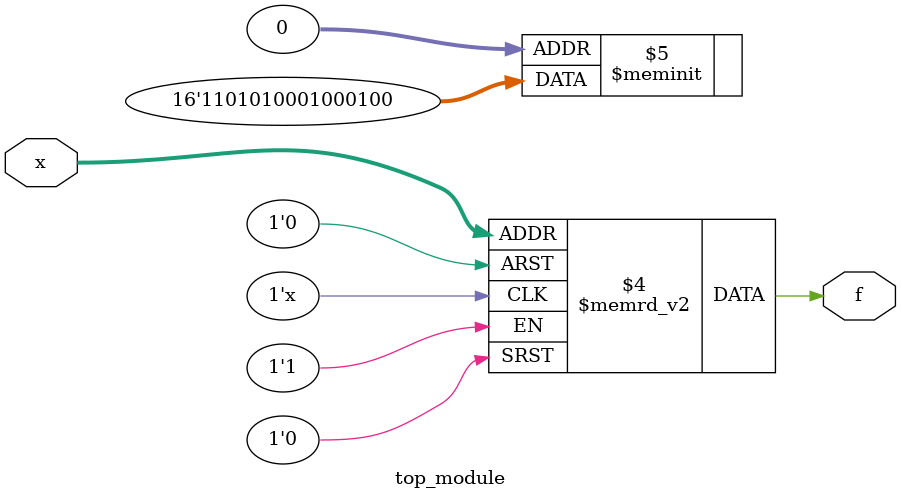
<source format=sv>
module top_module (
    input [4:1] x,
    output logic f
);

always_comb begin
    case ({x[4], x[3], x[2], x[1]})
        4'b0000, 4'b0011, 4'b0111, 4'b1011: f = 1'b0;
        4'b0001, 4'b0101, 4'b1001, 4'b1101: f = 1'b0;
        4'b0010, 4'b0110, 4'b1010, 4'b1110: f = 1'b1;
        4'b0111, 4'b1011, 4'b1100, 4'b1111: f = 1'b1;
        default: f = 1'b0; // Handling don't-care conditions
    endcase
end

endmodule

</source>
